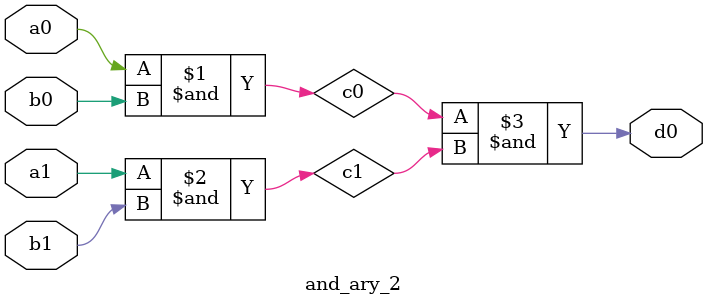
<source format=v>
module and_ary_2( a0, a1, b0, b1, d0 );
  input a0, a1;
  input b0, b1;
  output d0;
  wire c0, c1;
  assign c0 = a0 & b0 ;
  assign c1 = a1 & b1 ;
  assign d0 = c0 & c1 ;
endmodule

</source>
